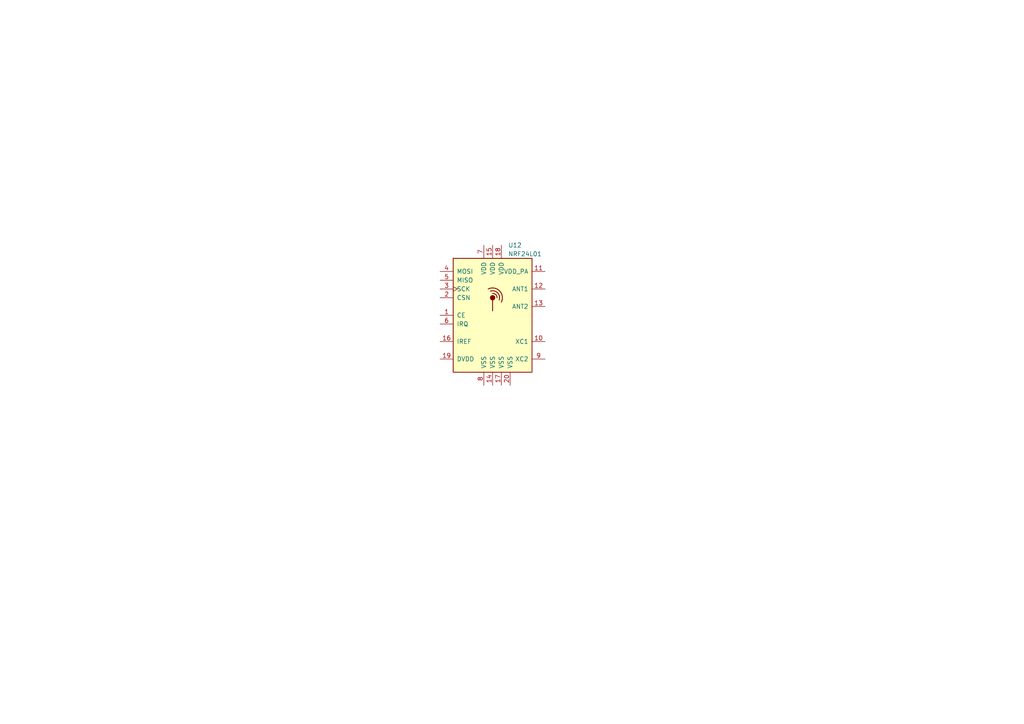
<source format=kicad_sch>
(kicad_sch (version 20230121) (generator eeschema)
  (paper "A4")
  (lib_symbols
    (symbol "RF:NRF24L01" (pin_names (offset 1.016))
      (property "Reference" "U" (at -11.43 17.78 0))
      (property "Value" "NRF24L01" (at 5.08 17.78 0))
      (symbol "NRF24L01_0_1"
        (rectangle (start -11.43 16.51) (end 11.43 -16.51) (stroke (width 0.254)) (fill (type background)))
        (polyline (pts (xy 0 4.445) (xy 0 1.27)) (stroke (width 0.254)))
        (circle (center 0 5.08) (radius 0.635) (stroke (width 0.254)) (fill (type outline)))
        (arc (start 1.27 5.08) (mid 0.9071 5.9946) (end 0 6.35) (stroke (width 0.254)))
        (arc (start 1.905 4.445) (mid 1.4313 6.5254) (end -0.635 6.985) (stroke (width 0.254)))
        (arc (start 2.54 3.81) (mid 2.008 7.088) (end -1.27 7.62) (stroke (width 0.254)))
        (rectangle (start 11.43 -13.97) (end 11.43 -13.97))
      )
      (symbol "NRF24L01_1_1"
        (pin input line (at -15.24 0 0) (length 3.81) (name "CE") (number "1"))
        (pin passive line (at 15.24 -7.62 180) (length 3.81) (name "XC1") (number "10"))
        (pin power_out line (at 15.24 12.7 180) (length 3.81) (name "VDD_PA") (number "11"))
        (pin passive line (at 15.24 7.62 180) (length 3.81) (name "ANT1") (number "12"))
        (pin passive line (at 15.24 2.54 180) (length 3.81) (name "ANT2") (number "13"))
        (pin power_in line (at 0 -20.32 90) (length 3.81) (name "VSS") (number "14"))
        (pin power_in line (at 0 20.32 270) (length 3.81) (name "VDD") (number "15"))
        (pin passive line (at -15.24 -7.62 0) (length 3.81) (name "IREF") (number "16"))
        (pin power_in line (at 2.54 -20.32 90) (length 3.81) (name "VSS") (number "17"))
        (pin power_in line (at 2.54 20.32 270) (length 3.81) (name "VDD") (number "18"))
        (pin power_out line (at -15.24 -12.7 0) (length 3.81) (name "DVDD") (number "19"))
        (pin input line (at -15.24 5.08 0) (length 3.81) (name "CSN") (number "2"))
        (pin power_in line (at 5.08 -20.32 90) (length 3.81) (name "VSS") (number "20"))
        (pin input clock (at -15.24 7.62 0) (length 3.81) (name "SCK") (number "3"))
        (pin input line (at -15.24 12.7 0) (length 3.81) (name "MOSI") (number "4"))
        (pin output line (at -15.24 10.16 0) (length 3.81) (name "MISO") (number "5"))
        (pin output line (at -15.24 -2.54 0) (length 3.81) (name "IRQ") (number "6"))
        (pin power_in line (at -2.54 20.32 270) (length 3.81) (name "VDD") (number "7"))
        (pin power_in line (at -2.54 -20.32 90) (length 3.81) (name "VSS") (number "8"))
        (pin passive line (at 15.24 -12.7 180) (length 3.81) (name "XC2") (number "9"))
      )
    )
  )
  (symbol (lib_id "RF:NRF24L01") (at 142.875 91.44 0) (unit 1)
    (property "Reference" "U12" (at 147.3709 71.12 0) (effects (justify left)))
    (property "Value" "NRF24L01" (at 147.3709 73.66 0) (effects (justify left)))
    (property "Footprint" "Package_DFN_QFN:QFN-20-1EP_4x4mm_P0.5mm_EP2.5x2.5mm" (effects hide))
    (property "Datasheet" "http://www.nordicsemi.com/eng/content/download/2730/34105/file/nRF24L01_Product_Specification_v2_0.pdf" (effects hide))
  )
)
</source>
